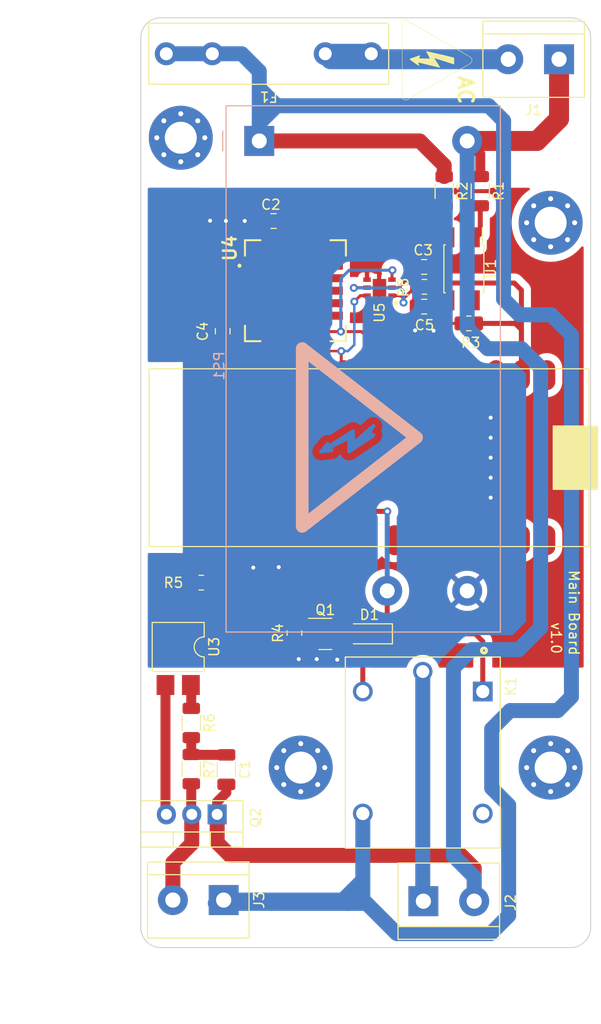
<source format=kicad_pcb>
(kicad_pcb (version 20211014) (generator pcbnew)
  (layers (0 "F.Cu" signal) (31 "B.Cu" signal) (34 "B.Paste" user) (35 "F.Paste" user) (36 "B.SilkS" user "B.Silkscreen") (37 "F.SilkS" user "F.Silkscreen") (38 "B.Mask" user) (39 "F.Mask" user) (44 "Edge.Cuts" user))
  (net 0 "")
  (net 1 "+5V")
  (net 2 "Net-(D1-Pad2)")
  (net 3 "NEUT")
  (net 4 "LINE")
  (net 5 "Net-(J2-Pad1)")
  (net 7 "GND")
  (net 8 "Net-(F1-Pad1)")
  (net 9 "Net-(Q1-Pad1)")
  (net 10 "Net-(R1-Pad2)")
  (net 11 "Net-(R2-Pad2)")
  (net 12 "/ZeroDetector")
  (net 13 "+3V3")
  (net 14 "/ControlSignal1")
  (net 22 "/SCL")
  (net 25 "/SDA")
  (net 35 "/RST")
  (net 38 "/ControlSignal2")
  (net 39 "Net-(C1-Pad1)")
  (net 40 "Net-(J3-Pad2)")
  (net 41 "Net-(Q2-Pad3)")
  (net 42 "Net-(R5-Pad2)")
  (net 43 "Net-(R6-Pad1)")
  (net 44 "Net-(C5-Pad1)")
  (footprint "Capacitor_SMD:C_0805_2012Metric" (layer "F.Cu") (at 90.164 57.566 90)
    (fp_text reference "C4" (at -0.024 -2.004 90) (layer "F.SilkS"))
    (fp_text value "10uF")
    (pad "1" smd roundrect locked (at -0.95 0 90) (size 1 1.45) (layers "F.Cu" "F.Paste" "F.Mask") (net 13 "+3V3"))
    (pad "2" smd roundrect locked (at 0.95 0 90) (size 1 1.45) (layers "F.Cu" "F.Paste" "F.Mask") (net 7 "GND"))
  )
  (footprint "MountingHole:MountingHole_3.2mm_M3_Pad_Via" (layer "F.Cu") (at 85.97 38.22 -90)
    (fp_text reference "REF**")
    (fp_text value "MountingHole_3.2mm_M3_Pad_Via")
    (pad "1" thru_hole circle locked (at 1.697056 -1.697056 270) (size 0.8 0.8) (drill 0.5) (layers *.Cu *.Mask))
    (pad "1" thru_hole circle locked (at -1.697056 -1.697056 270) (size 0.8 0.8) (drill 0.5) (layers *.Cu *.Mask))
    (pad "1" thru_hole circle locked (at 0 0 270) (size 6.4 6.4) (drill 3.2) (layers *.Cu *.Mask))
    (pad "1" thru_hole circle locked (at 1.697056 1.697056 270) (size 0.8 0.8) (drill 0.5) (layers *.Cu *.Mask))
    (pad "1" thru_hole circle locked (at 2.4 0 270) (size 0.8 0.8) (drill 0.5) (layers *.Cu *.Mask))
    (pad "1" thru_hole circle locked (at -1.697056 1.697056 270) (size 0.8 0.8) (drill 0.5) (layers *.Cu *.Mask))
    (pad "1" thru_hole circle locked (at 0 -2.4 270) (size 0.8 0.8) (drill 0.5) (layers *.Cu *.Mask))
    (pad "1" thru_hole circle locked (at -2.4 0 270) (size 0.8 0.8) (drill 0.5) (layers *.Cu *.Mask))
    (pad "1" thru_hole circle locked (at 0 2.4 270) (size 0.8 0.8) (drill 0.5) (layers *.Cu *.Mask))
  )
  (footprint "Package_TO_SOT_THT:TO-220-3_Vertical" (layer "F.Cu") (at 89.61 105.9 180)
    (fp_text reference "Q2" (at -3.86 -0.32 90) (layer "F.SilkS"))
    (fp_text value "BTA12-600B")
    (pad "1" thru_hole rect locked (at 0 0 180) (size 1.905 2) (drill 1.1) (layers *.Cu *.Mask) (net 3 "NEUT"))
    (pad "2" thru_hole oval locked (at 2.54 0 180) (size 1.905 2) (drill 1.1) (layers *.Cu *.Mask) (net 40 "Net-(J3-Pad2)"))
    (pad "3" thru_hole oval locked (at 5.08 0 180) (size 1.905 2) (drill 1.1) (layers *.Cu *.Mask) (net 41 "Net-(Q2-Pad3)"))
  )
  (footprint "TerminalBlock:TerminalBlock_bornier-2_P5.08mm" (layer "F.Cu") (at 110.24 114.58)
    (fp_text reference "J2" (at 8.73 0.14 90) (layer "F.SilkS"))
    (fp_text value "AC_OUT")
    (pad "1" thru_hole rect locked (at 0 0) (size 3 3) (drill 1.52) (layers *.Cu *.Mask) (net 5 "Net-(J2-Pad1)"))
    (pad "2" thru_hole circle locked (at 5.08 0) (size 3 3) (drill 1.52) (layers *.Cu *.Mask) (net 3 "NEUT"))
  )
  (footprint "Resistor_SMD:R_1206_3216Metric" (layer "F.Cu") (at 115.93 43.56 -90)
    (fp_text reference "R1" (at 0 -1.82 90) (layer "F.SilkS"))
    (fp_text value "15K")
    (pad "1" smd roundrect locked (at -1.4625 0 270) (size 1.125 1.75) (layers "F.Cu" "F.Paste" "F.Mask") (roundrect_rratio 0.2222222222) (net 3 "NEUT"))
    (pad "2" smd roundrect locked (at 1.4625 0 270) (size 1.125 1.75) (layers "F.Cu" "F.Paste" "F.Mask") (roundrect_rratio 0.2222222222) (net 10 "Net-(R1-Pad2)"))
  )
  (footprint "high_voltage" (layer "F.Cu") (at 111.62 30.47 -90)
    (fp_text reference "G***")
    (fp_text value "LOGO" hide)
  )
  (footprint "Diode_SMD:D_SOD-123" (layer "F.Cu") (at 104.89 87.84 180)
    (fp_text reference "D1" (at 0.05 1.91) (layer "F.SilkS"))
    (fp_text value "MBR120")
    (pad "1" smd rect locked (at -1.65 0 180) (size 0.9 1.2) (layers "F.Cu" "F.Paste" "F.Mask") (net 1 "+5V"))
    (pad "2" smd rect locked (at 1.65 0 180) (size 0.9 1.2) (layers "F.Cu" "F.Paste" "F.Mask") (net 2 "Net-(D1-Pad2)"))
  )
  (footprint "hack-it-back:RELAY_SRD-05VDC-SL-C" (layer "F.Cu") (at 110.18 99.7125 -90)
    (fp_text reference "K1" (at -6.62563 -8.83584 90) (layer "F.SilkS") (effects (font (size 1.000094 1.000094))))
    (fp_text value "SRD-05VDC-SL-C")
    (pad "A1" thru_hole rect locked (at -6.1 -6 270) (size 1.98 1.98) (drill 1.32) (layers *.Cu *.Mask) (net 1 "+5V"))
    (pad "A2" thru_hole circle locked (at -6.1 6 270) (size 1.98 1.98) (drill 1.32) (layers *.Cu *.Mask) (net 2 "Net-(D1-Pad2)"))
    (pad "COM" thru_hole circle locked (at -8.1 0 270) (size 1.935 1.935) (drill 1.29) (layers *.Cu *.Mask) (net 5 "Net-(J2-Pad1)"))
    (pad "NC" thru_hole circle locked (at 6.1 -6 270) (size 1.98 1.98) (drill 1.32) (layers *.Cu *.Mask))
    (pad "NO" thru_hole circle locked (at 6.1 6 270) (size 1.98 1.98) (drill 1.32) (layers *.Cu *.Mask) (net 4 "LINE"))
  )
  (footprint "MountingHole:MountingHole_3.2mm_M3_Pad_Via" (layer "F.Cu") (at 122.97 46.72 -90)
    (fp_text reference "REF**")
    (fp_text value "MountingHole_3.2mm_M3_Pad_Via")
    (pad "1" thru_hole circle locked (at 0 -2.4 270) (size 0.8 0.8) (drill 0.5) (layers *.Cu *.Mask))
    (pad "1" thru_hole circle locked (at 0 0 270) (size 6.4 6.4) (drill 3.2) (layers *.Cu *.Mask))
    (pad "1" thru_hole circle locked (at 1.697056 -1.697056 270) (size 0.8 0.8) (drill 0.5) (layers *.Cu *.Mask))
    (pad "1" thru_hole circle locked (at 0 2.4 270) (size 0.8 0.8) (drill 0.5) (layers *.Cu *.Mask))
    (pad "1" thru_hole circle locked (at -1.697056 -1.697056 270) (size 0.8 0.8) (drill 0.5) (layers *.Cu *.Mask))
    (pad "1" thru_hole circle locked (at -2.4 0 270) (size 0.8 0.8) (drill 0.5) (layers *.Cu *.Mask))
    (pad "1" thru_hole circle locked (at 2.4 0 270) (size 0.8 0.8) (drill 0.5) (layers *.Cu *.Mask))
    (pad "1" thru_hole circle locked (at 1.697056 1.697056 270) (size 0.8 0.8) (drill 0.5) (layers *.Cu *.Mask))
    (pad "1" thru_hole circle locked (at -1.697056 1.697056 270) (size 0.8 0.8) (drill 0.5) (layers *.Cu *.Mask))
  )
  (footprint "Resistor_SMD:R_1206_3216Metric" (layer "F.Cu") (at 87.02 101.37 -90)
    (fp_text reference "R7" (at 0 -1.82 90) (layer "F.SilkS"))
    (fp_text value "2.4K")
    (pad "1" smd roundrect locked (at -1.4625 0 270) (size 1.125 1.75) (layers "F.Cu" "F.Paste" "F.Mask") (roundrect_rratio 0.2222222222) (net 39 "Net-(C1-Pad1)"))
    (pad "2" smd roundrect locked (at 1.4625 0 270) (size 1.125 1.75) (layers "F.Cu" "F.Paste" "F.Mask") (roundrect_rratio 0.2222222222) (net 40 "Net-(J3-Pad2)"))
  )
  (footprint "MountingHole:MountingHole_3.2mm_M3_Pad_Via" (layer "F.Cu") (at 97.97 101.22 -90)
    (fp_text reference "REF**")
    (fp_text value "MountingHole_3.2mm_M3_Pad_Via")
    (pad "1" thru_hole circle locked (at -1.697056 -1.697056 270) (size 0.8 0.8) (drill 0.5) (layers *.Cu *.Mask))
    (pad "1" thru_hole circle locked (at 2.4 0 270) (size 0.8 0.8) (drill 0.5) (layers *.Cu *.Mask))
    (pad "1" thru_hole circle locked (at 0 -2.4 270) (size 0.8 0.8) (drill 0.5) (layers *.Cu *.Mask))
    (pad "1" thru_hole circle locked (at -2.4 0 270) (size 0.8 0.8) (drill 0.5) (layers *.Cu *.Mask))
    (pad "1" thru_hole circle locked (at -1.697056 1.697056 270) (size 0.8 0.8) (drill 0.5) (layers *.Cu *.Mask))
    (pad "1" thru_hole circle locked (at 1.697056 -1.697056 270) (size 0.8 0.8) (drill 0.5) (layers *.Cu *.Mask))
    (pad "1" thru_hole circle locked (at 0 0 270) (size 6.4 6.4) (drill 3.2) (layers *.Cu *.Mask))
    (pad "1" thru_hole circle locked (at 0 2.4 270) (size 0.8 0.8) (drill 0.5) (layers *.Cu *.Mask))
    (pad "1" thru_hole circle locked (at 1.697056 1.697056 270) (size 0.8 0.8) (drill 0.5) (layers *.Cu *.Mask))
  )
  (footprint "Fuse:Fuseholder_Littelfuse_100_series_5x20mm" (layer "F.Cu") (at 105.02 29.82 180)
    (fp_text reference "F1" (at 10.25 -4.3 180 unlocked) (layer "F.SilkS"))
    (fp_text value "Fuse")
    (pad "1" thru_hole circle (at 4.6 0 180) (size 2.3 2.3) (drill 1.3) (layers *.Cu *.Mask) (net 8 "Net-(F1-Pad1)"))
    (pad "1" thru_hole circle (at 0 0 180) (size 2.3 2.3) (drill 1.3) (layers *.Cu *.Mask) (net 8 "Net-(F1-Pad1)"))
    (pad "2" thru_hole circle (at 20.5 0 180) (size 2.3 2.3) (drill 1.3) (layers *.Cu *.Mask) (net 4 "LINE"))
    (pad "2" thru_hole circle (at 15.9 0 180) (size 2.3 2.3) (drill 1.3) (layers *.Cu *.Mask) (net 4 "LINE"))
  )
  (footprint "TerminalBlock:TerminalBlock_bornier-2_P5.08mm" (layer "F.Cu") (at 90.26 114.47 180)
    (fp_text reference "J3" (at -3.55 0 90) (layer "F.SilkS"))
    (fp_text value "AC_OUT")
    (pad "1" thru_hole rect locked (at 0 0 180) (size 3 3) (drill 1.52) (layers *.Cu *.Mask) (net 4 "LINE"))
    (pad "2" thru_hole circle locked (at 5.08 0 180) (size 3 3) (drill 1.52) (layers *.Cu *.Mask) (net 40 "Net-(J3-Pad2)"))
  )
  (footprint "TerminalBlock:TerminalBlock_bornier-2_P5.08mm" (layer "F.Cu") (at 123.81 30.37 180)
    (fp_text reference "J1" (at 2.54 -5.08) (layer "F.SilkS"))
    (fp_text value "AC_IN")
    (pad "1" thru_hole rect locked (at 0 0 180) (size 3 3) (drill 1.52) (layers *.Cu *.Mask) (net 3 "NEUT"))
    (pad "2" thru_hole circle locked (at 5.08 0 180) (size 3 3) (drill 1.52) (layers *.Cu *.Mask) (net 8 "Net-(F1-Pad1)"))
  )
  (footprint "Capacitor_SMD:C_0805_2012Metric" (layer "F.Cu") (at 110.32 51.14 180)
    (fp_text reference "C3" (at 0.1 1.67) (layer "F.SilkS"))
    (fp_text value "10uF")
    (pad "1" smd roundrect locked (at -0.95 0 180) (size 1 1.45) (layers "F.Cu" "F.Paste" "F.Mask") (net 13 "+3V3"))
    (pad "2" smd roundrect locked (at 0.95 0 180) (size 1 1.45) (layers "F.Cu" "F.Paste" "F.Mask") (net 7 "GND"))
  )
  (footprint "Resistor_SMD:R_1206_3216Metric" (layer "F.Cu") (at 112.32 43.56 -90)
    (fp_text reference "R2" (at 0 -1.82 90) (layer "F.SilkS"))
    (fp_text value "15K")
    (pad "1" smd roundrect locked (at -1.4625 0 270) (size 1.125 1.75) (layers "F.Cu" "F.Paste" "F.Mask") (roundrect_rratio 0.2222222222) (net 4 "LINE"))
    (pad "2" smd roundrect locked (at 1.4625 0 270) (size 1.125 1.75) (layers "F.Cu" "F.Paste" "F.Mask") (roundrect_rratio 0.2222222222) (net 11 "Net-(R2-Pad2)"))
  )
  (footprint "Resistor_SMD:R_0805_2012Metric" (layer "F.Cu") (at 114.7805 56.79)
    (fp_text reference "R3" (at 0.1895 1.93) (layer "F.SilkS"))
    (fp_text value "10K")
    (pad "1" smd roundrect locked (at -0.9125 0) (size 1.025 1.4) (layers "F.Cu" "F.Paste" "F.Mask") (roundrect_rratio 0.243902439) (net 12 "/ZeroDetector"))
    (pad "2" smd roundrect locked (at 0.9125 0) (size 1.025 1.4) (layers "F.Cu" "F.Paste" "F.Mask") (roundrect_rratio 0.243902439) (net 13 "+3V3"))
  )
  (footprint "Package_SO:SO-4_4.4x3.6mm_P2.54mm" (layer "F.Cu") (at 114.29 51.33 -90)
    (fp_text reference "U1" (at 0 -2.7 90) (layer "F.SilkS"))
    (fp_text value "LTV-354T")
    (pad "1" smd rect locked (at -3.15 -1.27 270) (size 2 0.64) (layers "F.Cu" "F.Paste" "F.Mask") (net 10 "Net-(R1-Pad2)"))
    (pad "2" smd rect locked (at -3.15 1.27 270) (size 2 0.64) (layers "F.Cu" "F.Paste" "F.Mask") (net 11 "Net-(R2-Pad2)"))
    (pad "3" smd rect locked (at 3.15 1.27 270) (size 2 0.64) (layers "F.Cu" "F.Paste" "F.Mask") (net 7 "GND"))
    (pad "4" smd rect locked (at 3.15 -1.27 270) (size 2 0.64) (layers "F.Cu" "F.Paste" "F.Mask") (net 12 "/ZeroDetector"))
  )
  (footprint "hack-it-back:SCD40DR2" (layer "F.Cu") (at 97.44 53.52)
    (fp_text reference "U4" (at -6.56 -4.25 90) (layer "F.SilkS") (effects (font (size 1.27 1.27) (thickness 0.254))))
    (fp_text value "SCD40-D-R2" hide)
    (pad "1" smd rect locked (at -4 -2.5 90) (size 0.8 1.5) (layers "F.Cu" "F.Paste" "F.Mask"))
    (pad "2" smd rect locked (at -4 -1.25 90) (size 0.8 1.5) (layers "F.Cu" "F.Paste" "F.Mask"))
    (pad "3" smd rect locked (at -4 0 90) (size 0.8 1.5) (layers "F.Cu" "F.Paste" "F.Mask"))
    (pad "4" smd rect locked (at -4 1.25 90) (size 0.8 1.5) (layers "F.Cu" "F.Paste" "F.Mask"))
    (pad "5" smd rect locked (at -4 2.5 90) (size 0.8 1.5) (layers "F.Cu" "F.Paste" "F.Mask"))
    (pad "6" smd rect locked (at -2.5 4) (size 0.8 1.5) (layers "F.Cu" "F.Paste" "F.Mask") (net 7 "GND"))
    (pad "7" smd rect locked (at -1.25 4) (size 0.8 1.5) (layers "F.Cu" "F.Paste" "F.Mask") (net 13 "+3V3"))
    (pad "8" smd rect locked (at 0 4) (size 0.8 1.5) (layers "F.Cu" "F.Paste" "F.Mask"))
    (pad "9" smd rect locked (at 1.25 4) (size 0.8 1.5) (layers "F.Cu" "F.Paste" "F.Mask") (net 22 "/SCL"))
    (pad "10" smd rect locked (at 2.5 4) (size 0.8 1.5) (layers "F.Cu" "F.Paste" "F.Mask") (net 25 "/SDA"))
    (pad "11" smd rect locked (at 4 2.5 90) (size 0.8 1.5) (layers "F.Cu" "F.Paste" "F.Mask"))
    (pad "12" smd rect locked (at 4 1.25 90) (size 0.8 1.5) (layers "F.Cu" "F.Paste" "F.Mask"))
    (pad "13" smd rect locked (at 4 0 90) (size 0.8 1.5) (layers "F.Cu" "F.Paste" "F.Mask"))
    (pad "14" smd rect locked (at 4 -1.25 90) (size 0.8 1.5) (layers "F.Cu" "F.Paste" "F.Mask"))
    (pad "15" smd rect locked (at 4 -2.5 90) (size 0.8 1.5) (layers "F.Cu" "F.Paste" "F.Mask"))
    (pad "16" smd rect locked (at 2.5 -4) (size 0.8 1.5) (layers "F.Cu" "F.Paste" "F.Mask"))
    (pad "17" smd rect locked (at 1.25 -4) (size 0.8 1.5) (layers "F.Cu" "F.Paste" "F.Mask"))
    (pad "18" smd rect locked (at 0 -4) (size 0.8 1.5) (layers "F.Cu" "F.Paste" "F.Mask"))
    (pad "19" smd rect locked (at -1.25 -4) (size 0.8 1.5) (layers "F.Cu" "F.Paste" "F.Mask") (net 13 "+3V3"))
    (pad "20" smd rect locked (at -2.5 -4) (size 0.8 1.5) (layers "F.Cu" "F.Paste" "F.Mask") (net 7 "GND"))
    (pad "21" smd rect locked (at 0 0) (size 4.8 4.8) (layers "F.Cu" "F.Paste" "F.Mask") (net 7 "GND"))
  )
  (footprint "Capacitor_SMD:C_0805_2012Metric" (layer "F.Cu") (at 95.25 46.55 180)
    (fp_text reference "C2" (at 0.27 1.64) (layer "F.SilkS"))
    (fp_text value "10uF")
    (pad "1" smd roundrect locked (at -0.95 0 180) (size 1 1.45) (layers "F.Cu" "F.Paste" "F.Mask") (net 13 "+3V3"))
    (pad "2" smd roundrect locked (at 0.95 0 180) (size 1 1.45) (layers "F.Cu" "F.Paste" "F.Mask") (net 7 "GND"))
  )
  (footprint "Package_TO_SOT_SMD:SOT-23" (layer "F.Cu") (at 100.43 87.85)
    (fp_text reference "Q1" (at 0 -2.4) (layer "F.SilkS"))
    (fp_text value "MMBT2222ALT1G")
    (pad "1" smd roundrect locked (at -0.9375 -0.95) (size 1.475 0.6) (layers "F.Cu" "F.Paste" "F.Mask") (net 9 "Net-(Q1-Pad1)"))
    (pad "2" smd roundrect locked (at -0.9375 0.95) (size 1.475 0.6) (layers "F.Cu" "F.Paste" "F.Mask") (net 7 "GND"))
    (pad "3" smd roundrect locked (at 0.9375 0) (size 1.475 0.6) (layers "F.Cu" "F.Paste" "F.Mask") (net 2 "Net-(D1-Pad2)"))
  )
  (footprint "Resistor_SMD:R_0805_2012Metric" (layer "F.Cu") (at 88.02 82.72 180)
    (fp_text reference "R5" (at 2.78 -0.01) (layer "F.SilkS"))
    (fp_text value "180")
    (pad "1" smd roundrect locked (at -0.9125 0 180) (size 1.025 1.4) (layers "F.Cu" "F.Paste" "F.Mask") (roundrect_rratio 0.243902439) (net 38 "/ControlSignal2"))
    (pad "2" smd roundrect locked (at 0.9125 0 180) (size 1.025 1.4) (layers "F.Cu" "F.Paste" "F.Mask") (roundrect_rratio 0.243902439) (net 42 "Net-(R5-Pad2)"))
  )
  (footprint "hack-it-back:SON80P244X244X95-7N" (layer "F.Cu") (at 105.85 53.215 180)
    (fp_text reference "U5" (at 0 -2.505 90) (layer "F.SilkS"))
    (fp_text value "SGP40-D-R4" hide)
    (pad "1" smd rect locked (at -1.25 -0.8 270) (size 0.45 0.75) (layers "F.Cu" "F.Paste" "F.Mask") (net 44 "Net-(C5-Pad1)"))
    (pad "2" smd rect locked (at -1.25 0 270) (size 0.45 0.75) (layers "F.Cu" "F.Paste" "F.Mask") (net 7 "GND"))
    (pad "3" smd rect locked (at -1.25 0.8 270) (size 0.45 0.75) (layers "F.Cu" "F.Paste" "F.Mask") (net 25 "/SDA"))
    (pad "4" smd rect locked (at 1.25 0.8 270) (size 0.45 0.75) (layers "F.Cu" "F.Paste" "F.Mask") (net 7 "GND"))
    (pad "5" smd rect locked (at 1.25 0 270) (size 0.45 0.75) (layers "F.Cu" "F.Paste" "F.Mask") (net 44 "Net-(C5-Pad1)"))
    (pad "6" smd rect locked (at 1.25 -0.8 270) (size 0.45 0.75) (layers "F.Cu" "F.Paste" "F.Mask") (net 22 "/SCL"))
    (pad "7" smd rect locked (at 0 0 180) (size 1.35 1.74) (layers "F.Cu" "F.Paste" "F.Mask") (net 7 "GND"))
  )
  (footprint "Package_DIP:SMDIP-4_W7.62mm" (layer "F.Cu") (at 85.71 89.15 -90)
    (fp_text reference "U3" (at 0 -3.6 90) (layer "F.SilkS"))
    (fp_text value "FODM3022")
    (pad "1" smd rect locked (at -3.81 -1.27 270) (size 2 1.78) (layers "F.Cu" "F.Paste" "F.Mask") (net 42 "Net-(R5-Pad2)"))
    (pad "2" smd rect locked (at -3.81 1.27 270) (size 2 1.78) (layers "F.Cu" "F.Paste" "F.Mask") (net 7 "GND"))
    (pad "3" smd rect locked (at 3.81 1.27 270) (size 2 1.78) (layers "F.Cu" "F.Paste" "F.Mask") (net 41 "Net-(Q2-Pad3)"))
    (pad "4" smd rect locked (at 3.81 -1.27 270) (size 2 1.78) (layers "F.Cu" "F.Paste" "F.Mask") (net 43 "Net-(R6-Pad1)"))
  )
  (footprint "Resistor_SMD:R_0805_2012Metric" (layer "F.Cu") (at 110.34 53.13)
    (fp_text reference "R8" (at -2.11 0.06 90) (layer "F.SilkS"))
    (fp_text value "4.7R")
    (pad "1" smd roundrect locked (at -0.9125 0) (size 1.025 1.4) (layers "F.Cu" "F.Paste" "F.Mask") (roundrect_rratio 0.243902439) (net 44 "Net-(C5-Pad1)"))
    (pad "2" smd roundrect locked (at 0.9125 0) (size 1.025 1.4) (layers "F.Cu" "F.Paste" "F.Mask") (roundrect_rratio 0.243902439) (net 13 "+3V3"))
  )
  (footprint "Resistor_SMD:R_1206_3216Metric" (layer "F.Cu") (at 87.02 96.76 -90)
    (fp_text reference "R6" (at 0 -1.82 90) (layer "F.SilkS"))
    (fp_text value "180")
    (pad "1" smd roundrect locked (at -1.4625 0 270) (size 1.125 1.75) (layers "F.Cu" "F.Paste" "F.Mask") (roundrect_rratio 0.2222222222) (net 43 "Net-(R6-Pad1)"))
    (pad "2" smd roundrect locked (at 1.4625 0 270) (size 1.125 1.75) (layers "F.Cu" "F.Paste" "F.Mask") (roundrect_rratio 0.2222222222) (net 39 "Net-(C1-Pad1)"))
  )
  (footprint "Capacitor_SMD:C_1206_3216Metric" (layer "F.Cu") (at 90.53 101.42 -90)
    (fp_text reference "C1" (at 0 -1.85 90) (layer "F.SilkS"))
    (fp_text value "0.1uF")
    (pad "1" smd roundrect locked (at -1.475 0 270) (size 1.15 1.8) (layers "F.Cu" "F.Paste" "F.Mask") (roundrect_rratio 0.2173913043) (net 39 "Net-(C1-Pad1)"))
    (pad "2" smd roundrect locked (at 1.475 0 270) (size 1.15 1.8) (layers "F.Cu" "F.Paste" "F.Mask") (roundrect_rratio 0.2173913043) (net 3 "NEUT"))
  )
  (footprint "hack-it-back:NANO_33_Footprint_SMD_Castell" (layer "F.Cu") (at 104.807 70.22 180)
    (fp_text reference "U2")
    (fp_text value "Arduino-nano-BLE-33")
    (pad "1" smd oval (at -17.78 8.255 270) (size 3 1.7) (layers "F.Cu" "F.Mask"))
    (pad "2" smd oval (at -15.24 8.255 270) (size 3 1.7) (layers "F.Cu" "F.Mask") (net 13 "+3V3"))
    (pad "3" smd oval (at -12.7 8.255 270) (size 3 1.7) (layers "F.Cu" "F.Mask"))
    (pad "4" smd oval (at -10.16 8.255 270) (size 3 1.7) (layers "F.Cu" "F.Mask"))
    (pad "5" smd oval (at -7.62 8.255 270) (size 3 1.7) (layers "F.Cu" "F.Mask") (net 12 "/ZeroDetector"))
    (pad "6" smd oval (at -5.08 8.255 270) (size 3 1.7) (layers "F.Cu" "F.Mask"))
    (pad "7" smd oval (at -2.54 8.255 270) (size 3 1.7) (layers "F.Cu" "F.Mask"))
    (pad "8" smd oval (at 0 8.255 270) (size 3 1.7) (layers "F.Cu" "F.Mask") (net 25 "/SDA"))
    (pad "9" smd oval (at 2.54 8.255 270) (size 3 1.7) (layers "F.Cu" "F.Mask") (net 22 "/SCL"))
    (pad "10" smd oval (at 5.08 8.255 270) (size 3 1.7) (layers "F.Cu" "F.Mask"))
    (pad "11" smd oval (at 7.62 8.255 270) (size 3 1.7) (layers "F.Cu" "F.Mask"))
    (pad "12" smd oval (at 10.16 8.255 270) (size 3 1.7) (layers "F.Cu" "F.Mask"))
    (pad "13" smd oval (at 12.7 8.255 270) (size 3 1.7) (layers "F.Cu" "F.Mask"))
    (pad "14" smd oval (at 15.24 8.255 270) (size 3 1.7) (layers "F.Cu" "F.Mask") (net 7 "GND"))
    (pad "15" smd oval (at 17.78 8.255 270) (size 3 1.7) (layers "F.Cu" "F.Mask") (net 1 "+5V"))
    (pad "16" smd oval (at 17.78 -8.255 90) (size 3 1.7) (layers "F.Cu" "F.Mask"))
    (pad "17" smd oval (at 15.24 -8.255 90) (size 3 1.7) (layers "F.Cu" "F.Mask"))
    (pad "18" smd oval (at 12.7 -8.255 90) (size 3 1.7) (layers "F.Cu" "F.Mask") (net 35 "/RST"))
    (pad "19" smd oval (at 10.16 -8.255 90) (size 3 1.7) (layers "F.Cu" "F.Mask") (net 7 "GND"))
    (pad "20" smd oval (at 7.62 -8.255 90) (size 3 1.7) (layers "F.Cu" "F.Mask") (net 38 "/ControlSignal2"))
    (pad "21" smd oval (at 5.08 -8.255 90) (size 3 1.7) (layers "F.Cu" "F.Mask") (net 14 "/ControlSignal1"))
    (pad "22" smd oval (at 2.54 -8.255 90) (size 3 1.7) (layers "F.Cu" "F.Mask"))
    (pad "23" smd oval (at 0 -8.255 90) (size 3 1.7) (layers "F.Cu" "F.Mask"))
    (pad "24" smd oval (at -2.54 -8.255 90) (size 3 1.7) (layers "F.Cu" "F.Mask"))
    (pad "25" smd oval (at -5.08 -8.255 90) (size 3 1.7) (layers "F.Cu" "F.Mask"))
    (pad "26" smd oval (at -7.62 -8.255 90) (size 3 1.7) (layers "F.Cu" "F.Mask"))
    (pad "27" smd oval (at -10.16 -8.255 90) (size 3 1.7) (layers "F.Cu" "F.Mask"))
    (pad "28" smd oval (at -12.7 -8.255 90) (size 3 1.7) (layers "F.Cu" "F.Mask"))
    (pad "29" smd oval (at -15.24 -8.255 90) (size 3 1.7) (layers "F.Cu" "F.Mask"))
    (pad "30" smd oval (at -17.78 -8.255 90) (size 3 1.7) (layers "F.Cu" "F.Mask"))
  )
  (footprint "MountingHole:MountingHole_3.2mm_M3_Pad_Via" (layer "F.Cu") (at 122.97 101.22 -90)
    (fp_text reference "REF**")
    (fp_text value "MountingHole_3.2mm_M3_Pad_Via")
    (pad "1" thru_hole circle locked (at -1.697056 -1.697056 270) (size 0.8 0.8) (drill 0.5) (layers *.Cu *.Mask))
    (pad "1" thru_hole circle locked (at 0 2.4 270) (size 0.8 0.8) (drill 0.5) (layers *.Cu *.Mask))
    (pad "1" thru_hole circle locked (at -1.697056 1.697056 270) (size 0.8 0.8) (drill 0.5) (layers *.Cu *.Mask))
    (pad "1" thru_hole circle locked (at 1.697056 -1.697056 270) (size 0.8 0.8) (drill 0.5) (layers *.Cu *.Mask))
    (pad "1" thru_hole circle locked (at 0 -2.4 270) (size 0.8 0.8) (drill 0.5) (layers *.Cu *.Mask))
    (pad "1" thru_hole circle locked (at 0 0 270) (size 6.4 6.4) (drill 3.2) (layers *.Cu *.Mask))
    (pad "1" thru_hole circle locked (at 2.4 0 270) (size 0.8 0.8) (drill 0.5) (layers *.Cu *.Mask))
    (pad "1" thru_hole circle locked (at 1.697056 1.697056 270) (size 0.8 0.8) (drill 0.5) (layers *.Cu *.Mask))
    (pad "1" thru_hole circle locked (at -2.4 0 270) (size 0.8 0.8) (drill 0.5) (layers *.Cu *.Mask))
  )
  (footprint "Resistor_SMD:R_0805_2012Metric" (layer "F.Cu") (at 97.34 87.76 90)
    (fp_text reference "R4" (at 0 -1.65 90) (layer "F.SilkS"))
    (fp_text value "100")
    (pad "1" smd roundrect locked (at -0.9125 0 90) (size 1.025 1.4) (layers "F.Cu" "F.Paste" "F.Mask") (roundrect_rratio 0.243902439) (net 14 "/ControlSignal1"))
    (pad "2" smd roundrect locked (at 0.9125 0 90) (size 1.025 1.4) (layers "F.Cu" "F.Paste" "F.Mask") (roundrect_rratio 0.243902439) (net 9 "Net-(Q1-Pad1)"))
  )
  (footprint "Capacitor_SMD:C_0805_2012Metric" (layer "F.Cu") (at 110.32 55.11)
    (fp_text reference "C5" (at 0.03 1.85) (layer "F.SilkS"))
    (fp_text value "1uF")
    (pad "1" smd roundrect locked (at -0.95 0) (size 1 1.45) (layers "F.Cu" "F.Paste" "F.Mask") (net 44 "Net-(C5-Pad1)"))
    (pad "2" smd roundrect locked (at 0.95 0) (size 1 1.45) (layers "F.Cu" "F.Paste" "F.Mask") (net 7 "GND"))
  )
  (footprint "Converter_ACDC:Converter_ACDC_MeanWell_IRM-20-xx_THT" (layer "B.Cu") (at 93.82 38.54 -90)
    (fp_text reference "PS1" (at 22.5 4 90) (layer "B.SilkS") (effects (justify mirror)))
    (fp_text value "IRM-20-5")
    (pad "1" thru_hole rect locked (at 0 0 270) (size 3 3) (drill 1.5) (layers *.Cu *.Mask) (net 4 "LINE"))
    (pad "2" thru_hole circle locked (at 0 -20.8 270) (size 3 3) (drill 1.5) (layers *.Cu *.Mask) (net 3 "NEUT"))
    (pad "3" thru_hole circle locked (at 45 -20.8 270) (size 3 3) (drill 1.5) (layers *.Cu *.Mask) (net 7 "GND"))
    (pad "4" thru_hole circle locked (at 45 -12.8 270) (size 3 3) (drill 1.5) (layers *.Cu *.Mask) (net 1 "+5V"))
  )
  (footprint "Symbol:Symbol_Highvoltage_Type2_CopperTop_Small" (layer "B.Cu") (at 101.93 68.202 90)
    (fp_text reference "REF**")
    (fp_text value "Symbol_Highvoltage_Type2_CopperTop_Small")
    (fp_line (start -1.143 -1.397) (end -1.27 -0.889) (layer "B.Cu") (width 0.381))
    (fp_line (start -1.143 -1.397) (end -1.27 -0.889) (layer "B.Cu") (width 0.381))
    (fp_line (start 0.635 1.27) (end -0.635 1.27) (layer "B.Cu") (width 0.381))
    (fp_line (start 0.381 2.794) (end 0.254 3.302) (layer "B.Cu") (width 0.381))
    (fp_line (start 0 0.889) (end -1.143 -1.397) (layer "B.Cu") (width 0.381))
    (fp_line (start 1.143 3.302) (end 0.381 2.794) (layer "B.Cu") (width 0.381))
    (fp_line (start 0.127 3.175) (end -1.397 0.889) (layer "B.Cu") (width 0.381))
    (fp_line (start -0.635 -1.27) (end -1.143 -1.524) (layer "B.Cu") (width 0.381))
    (fp_line (start -1.016 1.016) (end 0.254 1.016) (layer "B.Cu") (width 0.381))
    (fp_line (start 0.381 2.921) (end -1.016 1.016) (layer "B.Cu") (width 0.381))
    (fp_line (start -0.635 -1.27) (end -1.143 -1.524) (layer "B.Cu") (width 0.381))
    (fp_line (start -1.143 -1.524) (end 0.635 1.27) (layer "B.Cu") (width 0.381))
    (fp_line (start -0.635 1.27) (end 1.143 3.302) (layer "B.Cu") (width 0.381))
    (fp_line (start -1.27 -0.889) (end -1.397 -1.905) (layer "B.Cu") (width 0.381))
    (fp_line (start -1.397 0.889) (end 0 0.889) (layer "B.Cu") (width 0.381))
    (fp_line (start -1.397 -1.905) (end -0.635 -1.27) (layer "B.Cu") (width 0.381))
  )
  (gr_line (start 83.97 119.22) (end 124.97 119.22) (layer "Edge.Cuts") (width 0.1))
  (gr_line (start 83.97 26.22) (end 124.97 26.22) (layer "Edge.Cuts") (width 0.1))
  (gr_arc (start 124.97 26.22) (mid 126.384214 26.805786) (end 126.97 28.22) (layer "Edge.Cuts") (width 0.1))
  (gr_arc (start 126.97 117.22) (mid 126.384214 118.634214) (end 124.97 119.22) (layer "Edge.Cuts") (width 0.1))
  (gr_arc (start 81.97 28.22) (mid 82.555786 26.805786) (end 83.97 26.22) (layer "Edge.Cuts") (width 0.1))
  (gr_arc (start 83.97 119.22) (mid 82.555786 118.634214) (end 81.97 117.22) (layer "Edge.Cuts") (width 0.1))
  (gr_line (start 126.97 117.22) (end 126.97 28.22) (layer "Edge.Cuts") (width 0.1))
  (gr_line (start 81.97 28.22) (end 81.97 117.22) (layer "Edge.Cuts") (width 0.1))
  (gr_text "AC " (at 114.47 34.02 270) (layer "F.SilkS") (effects (font (size 1.5 1.5) (thickness 0.3))))
  (gr_text "v1.0" (at 123.52 88.268 270) (layer "F.SilkS") (effects (font (size 1 1))))
  (gr_text "Main Board" (at 125.298 85.728 270) (layer "F.SilkS") (effects (font (size 1 1))))
  (segment (start 106.62 83.54) (end 106.62 87.76) (width 0.5) (layer "F.Cu") (net 1))
  (segment (start 87.027 74.787) (end 87.83 75.59) (width 0.5) (layer "F.Cu") (net 1))
  (segment (start 116.18 88.6) (end 116.18 93.6125) (width 0.5) (layer "F.Cu") (net 1))
  (segment (start 106.54 87.84) (end 115.42 87.84) (width 0.5) (layer "F.Cu") (net 1))
  (segment (start 115.42 87.84) (end 116.18 88.6) (width 0.5) (layer "F.Cu") (net 1))
  (segment (start 90.88 75.59) (end 106.63 75.59) (width 0.5) (layer "F.Cu") (net 1))
  (segment (start 87.027 61.965) (end 87.027 74.787) (width 0.5) (layer "F.Cu") (net 1))
  (segment (start 87.83 75.59) (end 90.88 75.59) (width 0.5) (layer "F.Cu") (net 1))
  (segment (start 106.62 87.76) (end 106.54 87.84) (width 0.5) (layer "F.Cu") (net 1))
  (via (at 106.63 75.59) (size 0.8) (drill 0.4) (layers "F.Cu" "B.Cu") (net 1))
  (segment (start 106.62 75.6) (end 106.62 83.54) (width 0.5) (layer "B.Cu") (net 1))
  (segment (start 106.63 75.59) (end 106.62 75.6) (width 0.5) (layer "B.Cu") (net 1))
  (segment (start 104.18 88.78) (end 103.73 88.33) (width 0.5) (layer "F.Cu") (net 2))
  (segment (start 104.18 93.6125) (end 104.18 88.78) (width 0.5) (layer "F.Cu") (net 2))
  (segment (start 101.3775 87.84) (end 101.3675 87.85) (width 0.3) (layer "F.Cu") (net 2))
  (segment (start 103.73 88.33) (end 103.25 87.85) (width 0.5) (layer "F.Cu") (net 2))
  (segment (start 103.24 87.84) (end 101.3775 87.84) (width 0.3) (layer "F.Cu") (net 2))
  (segment (start 103.25 87.85) (end 101.3675 87.85) (width 0.5) (layer "F.Cu") (net 2))
  (segment (start 103.73 88.33) (end 103.24 87.84) (width 0.5) (layer "F.Cu") (net 2))
  (segment (start 90.165 104.085) (end 90.53 103.72) (width 1) (layer "F.Cu") (net 3))
  (segment (start 123.81 36.33) (end 121.6 38.54) (width 2) (layer "F.Cu") (net 3))
  (segment (start 115.93 39.85) (end 114.62 38.54) (width 1) (layer "F.Cu") (net 3))
  (segment (start 89.61 108.73) (end 90.88 110) (width 1.5) (layer "F.Cu") (net 3))
  (segment (start 89.61 104.64) (end 90.165 104.085) (width 1) (layer "F.Cu") (net 3))
  (segment (start 114.02 110) (end 115.32 111.3) (width 1.5) (layer "F.Cu") (net 3))
  (segment (start 89.61 105.9) (end 89.61 108.73) (width 1.5) (layer "F.Cu") (net 3))
  (segment (start 90.53 103.72) (end 90.53 102.895) (width 1) (layer "F.Cu") (net 3))
  (segment (start 90.88 110) (end 114.02 110) (width 1.5) (layer "F.Cu") (net 3))
  (segment (start 123.81 30.37) (end 123.81 36.33) (width 2) (layer "F.Cu") (net 3))
  (segment (start 89.61 105.9) (end 89.61 104.64) (width 1) (layer "F.Cu") (net 3))
  (segment (start 115.32 111.3) (end 115.32 114.58) (width 1.5) (layer "F.Cu") (net 3))
  (segment (start 115.93 42.0975) (end 115.93 39.85) (width 1) (layer "F.Cu") (net 3))
  (segment (start 121.6 38.54) (end 114.62 38.54) (width 2) (layer "F.Cu") (net 3))
  (segment (start 115.32 112.14) (end 113.25 110.07) (width 1.5) (layer "B.Cu") (net 3))
  (segment (start 116.67 59.32) (end 114.62 57.27) (width 1.5) (layer "B.Cu") (net 3))
  (segment (start 115.07 89.42) (end 119.77 89.42) (width 1.5) (layer "B.Cu") (net 3))
  (segment (start 121.97 87.22) (end 121.97 61.22) (width 1.5) (layer "B.Cu") (net 3))
  (segment (start 115.32 114.58) (end 115.32 112.14) (width 1.5) (layer "B.Cu") (net 3))
  (segment (start 113.25 110.07) (end 113.25 91.24) (width 1.5) (layer "B.Cu") (net 3))
  (segment (start 113.25 91.24) (end 115.07 89.42) (width 1.5) (layer "B.Cu") (net 3))
  (segment (start 121.97 61.22) (end 120.07 59.32) (width 1.5) (layer "B.Cu") (net 3))
  (segment (start 120.07 59.32) (end 116.67 59.32) (width 1.5) (layer "B.Cu") (net 3))
  (segment (start 119.77 89.42) (end 121.97 87.22) (width 1.5) (layer "B.Cu") (net 3))
  (segment (start 114.62 57.27) (end 114.62 38.54) (width 1.5) (layer "B.Cu") (net 3))
  (segment (start 93.82 38.54) (end 109.88 38.54) (width 1.5) (layer "F.Cu") (net 4))
  (segment (start 109.88 38.54) (end 112.32 40.98) (width 1.5) (layer "F.Cu") (net 4))
  (segment (start 112.32 40.98) (end 112.32 42.0975) (width 1.5) (layer "F.Cu") (net 4))
  (segment (start 104.55 114.8) (end 104.18 114.43) (width 1.5) (layer "B.Cu") (net 4))
  (segment (start 118.26 36.51) (end 118.26 54.36) (width 1.5) (layer "B.Cu") (net 4))
  (segment (start 102.5 114.8) (end 95.04 114.8) (width 1.5) (layer "B.Cu") (net 4))
  (segment (start 117.07 103.27) (end 118.77 104.97) (width 1.5) (layer "B.Cu") (net 4))
  (segment (start 93.82 33.27) (end 93.82 31.57) (width 1.5) (layer "B.Cu") (net 4))
  (segment (start 93.82 31.57) (end 93.82 38.54) (width 1.5) (layer "B.Cu") (net 4))
  (segment (start 125.049511 94.140489) (end 123.675 95.515) (width 1.5) (layer "B.Cu") (net 4))
  (segment (start 104.18 114.43) (end 104.18 112.48) (width 1.5) (layer "B.Cu") (net 4))
  (segment (start 119.83 55.93) (end 123.03 55.93) (width 1.5) (layer "B.Cu") (net 4))
  (segment (start 123.675 95.515) (end 118.915 95.515) (width 1.5) (layer "B.Cu") (net 4))
  (segment (start 93.82 33.27) (end 95.57 35.02) (width 1.5) (layer "B.Cu") (net 4))
  (segment (start 118.77 116.03) (end 116.98 117.82) (width 1.5) (layer "B.Cu") (net 4))
  (segment (start 102.5 114.8) (end 102.5 114.16) (width 1.5) (layer "B.Cu") (net 4))
  (segment (start 104.55 114.8) (end 102.8 114.8) (width 1.5) (layer "B.Cu") (net 4))
  (segment (start 117.07 97.36) (end 117.07 103.27) (width 1.5) (layer "B.Cu") (net 4))
  (segment (start 125.049511 57.949511) (end 125.049511 94.140489) (width 1.5) (layer "B.Cu") (net 4))
  (segment (start 92.07 29.82) (end 84.52 29.82) (width 1.5) (layer "B.Cu") (net 4))
  (segment (start 102.47 114.47) (end 90.26 114.47) (width 1.5) (layer "B.Cu") (net 4))
  (segment (start 102.8 114.8) (end 102.47 114.47) (width 1.5) (layer "B.Cu") (net 4))
  (segment (start 118.915 95.515) (end 117.07 97.36) (width 1.5) (layer "B.Cu") (net 4))
  (segment (start 102.5 114.16) (end 104.18 112.48) (width 1.5) (layer "B.Cu") (net 4))
  (segment (start 93.82 36.77) (end 95.57 35.02) (width 1.5) (layer "B.Cu") (net 4))
  (segment (start 107.57 117.82) (end 104.55 114.8) (width 1.5) (layer "B.Cu") (net 4))
  (segment (start 95.57 35.02) (end 116.77 35.02) (width 1.5) (layer "B.Cu") (net 4))
  (segment (start 93.82 38.54) (end 93.82 36.77) (width 1.5) (layer "B.Cu") (net 4))
  (segment (start 116.77 35.02) (end 118.26 36.51) (width 1.5) (layer "B.Cu") (net 4))
  (segment (start 118.26 54.36) (end 119.83 55.93) (width 1.5) (layer "B.Cu") (net 4))
  (segment (start 93.82 31.57) (end 92.07 29.82) (width 1.5) (layer "B.Cu") (net 4))
  (segment (start 89.42 114.8) (end 95.04 114.8) (width 1.5) (layer "B.Cu") (net 4))
  (segment (start 123.03 55.93) (end 125.049511 57.949511) (width 1.5) (layer "B.Cu") (net 4))
  (segment (start 95.57 35.02) (end 94.67 35.02) (width 1.5) (layer "B.Cu") (net 4))
  (segment (start 94.67 35.02) (end 93.82 34.17) (width 1.5) (layer "B.Cu") (net 4))
  (segment (start 104.18 112.48) (end 104.18 105.8125) (width 1.5) (layer "B.Cu") (net 4))
  (segment (start 102.8 114.8) (end 102.5 114.8) (width 1.5) (layer "B.Cu") (net 4))
  (segment (start 93.82 38.54) (end 93.82 34.17) (width 1.5) (layer "B.Cu") (net 4))
  (segment (start 116.98 117.82) (end 107.57 117.82) (width 1.5) (layer "B.Cu") (net 4))
  (segment (start 118.77 104.97) (end 118.77 116.03) (width 1.5) (layer "B.Cu") (net 4))
  (segment (start 110.18 114.52) (end 110.24 114.58) (width 1) (layer "B.Cu") (net 5))
  (segment (start 110.18 91.6125) (end 110.18 114.52) (width 1.5) (layer "B.Cu") (net 5))
  (segment (start 94.94 56.02) (end 97.44 53.52) (width 0.5) (layer "F.Cu") (net 7))
  (segment (start 94.94 57.52) (end 94.94 56.02) (width 0.5) (layer "F.Cu") (net 7))
  (segment (start 91.068 57.52) (end 90.164 56.616) (width 0.5) (layer "F.Cu") (net 7))
  (segment (start 95.81 81.13) (end 95.77 81.17) (width 0.3) (layer "F.Cu") (net 7))
  (segment (start 99.4925 90.2925) (end 99.57 90.37) (width 0.3) (layer "F.Cu") (net 7))
  (segment (start 94.3 46.55) (end 92.38 46.55) (width 0.3) (layer "F.Cu") (net 7))
  (segment (start 88.92 46.54) (end 88.9 46.52) (width 0.3) (layer "F.Cu") (net 7))
  (segment (start 90.48 46.54) (end 88.92 46.54) (width 0.3) (layer "F.Cu") (net 7))
  (segment (start 111.27 57.51) (end 111.26 57.52) (width 0.3) (layer "F.Cu") (net 7))
  (segment (start 94.94 51.02) (end 97.44 53.52) (width 0.5) (layer "F.Cu") (net 7))
  (segment (start 111.27 55.11) (end 111.27 57.51) (width 0.3) (layer "F.Cu") (net 7))
  (segment (start 107.1 53.215) (end 107.765 53.215) (width 0.3) (layer "F.Cu") (net 7))
  (segment (start 107.765 53.215) (end 109.37 51.61) (width 0.3) (layer "F.Cu") (net 7))
  (segment (start 99.4925 88.8) (end 99.4925 90.2925) (width 0.3) (layer "F.Cu") (net 7))
  (segment (start 94.94 49.52) (end 94.94 51.02) (width 0.5) (layer "F.Cu") (net 7))
  (segment (start 92.38 46.55) (end 92.37 46.54) (width 0.3) (layer "F.Cu") (net 7))
  (segment (start 94.94 57.52) (end 91.068 57.52) (width 0.5) (layer "F.Cu") (net 7))
  (segment (start 109.37 51.61) (end 109.37 51.14) (width 0.3) (layer "F.Cu") (net 7))
  (segment (start 107.1 53.215) (end 105.85 53.215) (width 0.3) (layer "F.Cu") (net 7))
  (segment (start 112.39 55.11) (end 113.02 54.48) (width 0.3) (layer "F.Cu") (net 7))
  (segment (start 99.57 90.37) (end 97.77 90.37) (width 0.3) (layer "F.Cu") (net 7))
  (segment (start 111.27 55.11) (end 112.39 55.11) (width 0.3) (layer "F.Cu") (net 7))
  (via (at 88.9 46.52) (size 0.8) (drill 0.4) (layers "F.Cu" "B.Cu") (net 7))
  (via (at 116.97 70.22) (size 0.8) (drill 0.4) (layers "F.Cu" "B.Cu") (net 7))
  (via (at 101.62 90.42) (size 0.8) (drill 0.4) (layers "F.Cu" "B.Cu") (net 7))
  (via (at 111.26 57.52) (size 0.8) (drill 0.4) (layers "F.Cu" "B.Cu") (net 7))
  (via (at 116.97 68.22) (size 0.8) (drill 0.4) (layers "F.Cu" "B.Cu") (net 7))
  (via (at 93.22 81.22) (size 0.8) (drill 0.4) (layers "F.Cu" "B.Cu") (net 7))
  (via (at 99.57 90.37) (size 0.8) (drill 0.4) (layers "F.Cu" "B.Cu") (net 7))
  (via (at 95.77 81.17) (size 0.8) (drill 0.4) (layers "F.Cu" "B.Cu") (net 7))
  (via (at 97.77 90.37) (size 0.8) (drill 0.4) (layers "F.Cu" "B.Cu") (net 7))
  (via (at 116.97 66.22) (size 0.8) (drill 0.4) (layers "F.Cu" "B.Cu") (net 7))
  (via (at 116.97 72.22) (size 0.8) (drill 0.4) (layers "F.Cu" "B.Cu") (net 7))
  (via (at 116.97 74.22) (size 0.8) (drill 0.4) (layers "F.Cu" "B.Cu") (net 7))
  (via (at 90.48 46.54) (size 0.8) (drill 0.4) (layers "F.Cu" "B.Cu") (net 7))
  (via (at 92.37 46.54) (size 0.8) (drill 0.4) (layers "F.Cu" "B.Cu") (net 7))
  (via (at 109.41 57.49) (size 0.8) (drill 0.4) (layers "F.Cu" "B.Cu") (net 7))
  (segment (start 101.57 90.37) (end 101.62 90.42) (width 0.3) (layer "B.Cu") (net 7))
  (segment (start 95.77 81.17) (end 93.27 81.17) (width 0.3) (layer "B.Cu") (net 7))
  (segment (start 93.27 81.17) (end 93.22 81.22) (width 0.3) (layer "B.Cu") (net 7))
  (segment (start 109.44 57.52) (end 109.41 57.49) (width 0.3) (layer "B.Cu") (net 7))
  (segment (start 99.57 90.37) (end 101.57 90.37) (width 0.3) (layer "B.Cu") (net 7))
  (segment (start 111.26 57.52) (end 109.44 57.52) (width 0.3) (layer "B.Cu") (net 7))
  (segment (start 118.73 30.37) (end 100.97 30.37) (width 2) (layer "B.Cu") (net 8))
  (segment (start 100.42 29.82) (end 105.02 29.82) (width 2) (layer "B.Cu") (net 8))
  (segment (start 100.97 30.37) (end 100.42 29.82) (width 2) (layer "B.Cu") (net 8))
  (segment (start 99.4925 86.9) (end 97.3925 86.9) (width 0.5) (layer "F.Cu") (net 9))
  (segment (start 97.3925 86.9) (end 97.34 86.8475) (width 0.5) (layer "F.Cu") (net 9))
  (segment (start 115.93 47.81) (end 115.56 48.18) (width 0.5) (layer "F.Cu") (net 10))
  (segment (start 115.93 45.0225) (end 115.93 47.81) (width 0.5) (layer "F.Cu") (net 10))
  (segment (start 112.32 47.48) (end 113.02 48.18) (width 0.5) (layer "F.Cu") (net 11))
  (segment (start 112.32 45.0225) (end 112.32 47.48) (width 0.5) (layer "F.Cu") (net 11))
  (segment (start 114.42 55.02) (end 114.93 54.51) (width 0.3) (layer "F.Cu") (net 12))
  (segment (start 113.868 56.79) (end 113.59 57.068) (width 0.3) (layer "F.Cu") (net 12))
  (segment (start 115.53 54.51) (end 115.56 54.48) (width 0.3) (layer "F.Cu") (net 12))
  (segment (start 112.8 56.79) (end 113.868 56.79) (width 0.3) (layer "F.Cu") (net 12))
  (segment (start 113.868 56.79) (end 113.868 56.412) (width 0.3) (layer "F.Cu") (net 12))
  (segment (start 112.427 61.965) (end 112.427 57.163) (width 0.3) (layer "F.Cu") (net 12))
  (segment (start 114.93 54.51) (end 115.53 54.51) (width 0.3) (layer "F.Cu") (net 12))
  (segment (start 113.868 56.412) (end 114.42 55.86) (width 0.3) (layer "F.Cu") (net 12))
  (segment (start 114.42 55.86) (end 114.42 55.02) (width 0.3) (layer "F.Cu") (net 12))
  (segment (start 112.427 57.163) (end 112.8 56.79) (width 0.3) (layer "F.Cu") (net 12))
  (segment (start 96.19 46.56) (end 96.2 46.55) (width 0.5) (layer "F.Cu") (net 13))
  (segment (start 100.48 46.55) (end 101.18 47.25) (width 0.5) (layer "F.Cu") (net 13))
  (segment (start 120.047 53.467) (end 119.33 52.75) (width 0.5) (layer "F.Cu") (net 13))
  (segment (start 87.37 57.52) (end 87.37 45.29) (width 0.5) (layer "F.Cu") (net 13))
  (segment (start 120.047 59.577) (end 120.047 56.897) (width 0.5) (layer "F.Cu") (net 13))
  (segment (start 119.527 56.897) (end 120.047 56.897) (width 0.5) (layer "F.Cu") (net 13))
  (segment (start 95.17 44.29) (end 95.68 44.29) (width 0.5) (layer "F.Cu") (net 13))
  (segment (start 95.7 59) (end 90.648 59) (width 0.5) (layer "F.Cu") (net 13))
  (segment (start 111.27 53.1125) (end 111.2525 53.13) (width 0.5) (layer "F.Cu") (net 13))
  (segment (start 96.14 46.49) (end 96.2 46.55) (width 0.5) (layer "F.Cu") (net 13))
  (segment (start 120.047 59.577) (end 120.047 61.965) (width 0.5) (layer "F.Cu") (net 13))
  (segment (start 120.047 56.897) (end 120.047 56.123) (width 0.5) (layer "F.Cu") (net 13))
  (segment (start 115.693 56.79) (end 118.93 56.79) (width 0.5) (layer "F.Cu") (net 13))
  (segment (start 87.37 45.29) (end 88.37 44.29) (width 0.5) (layer "F.Cu") (net 13))
  (segment (start 118.93 56.79) (end 119.38 56.79) (width 0.5) (layer "F.Cu") (net 13))
  (segment (start 119.42 56.79) (end 119.527 56.897) (width 0.5) (layer "F.Cu") (net 13))
  (segment (start 111.27 51.14) (end 111.27 51.94) (width 0.5) (layer "F.Cu") (net 13))
  (segment (start 120.047 56.123) (end 120.047 53.467) (width 0.5) (layer "F.Cu") (net 13))
  (segment (start 111.2525 53.13) (end 111.6325 52.75) (width 0.5) (layer "F.Cu") (net 13))
  (segment (start 96.19 58.51) (end 95.7 59) (width 0.5) (layer "F.Cu") (net 13))
  (segment (start 95.68 44.29) (end 96.14 44.75) (width 0.5) (layer "F.Cu") (net 13))
  (segment (start 119.42 56.79) (end 120.047 57.417) (width 0.5) (layer "F.Cu") (net 13))
  (segment (start 101.18 47.25) (end 101.18 48.98) (width 0.5) (layer "F.Cu") (net 13))
  (segment (start 111.6325 52.75) (end 119.33 52.75) (width 0.5) (layer "F.Cu") (net 13))
  (segment (start 96.19 49.52) (end 96.19 46.56) (width 0.5) (layer "F.Cu") (net 13))
  (segment (start 120.047 57.417) (end 120.047 59.577) (width 0.5) (layer "F.Cu") (net 13))
  (segment (start 101.18 48.98) (end 101.5 49.3) (width 0.5) (layer "F.Cu") (net 13))
  (segment (start 119.38 56.79) (end 120.047 56.123) (width 0.5) (layer "F.Cu") (net 13))
  (segment (start 96.2 46.55) (end 100.48 46.55) (width 0.5) (layer "F.Cu") (net 13))
  (segment (start 96.19 57.52) (end 96.19 58.51) (width 0.5) (layer "F.Cu") (net 13))
  (segment (start 90.648 59) (end 90.164 58.516) (width 0.5) (layer "F.Cu") (net 13))
  (segment (start 88.366 58.516) (end 87.37 57.52) (width 0.5) (layer "F.Cu") (net 13))
  (segment (start 88.37 44.29) (end 95.17 44.29) (width 0.5) (layer "F.Cu") (net 13))
  (segment (start 118.93 56.79) (end 119.42 56.79) (width 0.5) (layer "F.Cu") (net 13))
  (segment (start 101.5 49.3) (end 110.76 49.3) (width 0.5) (layer "F.Cu") (net 13))
  (segment (start 96.14 44.75) (end 96.14 46.49) (width 0.5) (layer "F.Cu") (net 13))
  (segment (start 111.27 49.81) (end 111.27 51.14) (width 0.5) (layer "F.Cu") (net 13))
  (segment (start 111.27 51.94) (end 111.27 53.1125) (width 0.5) (layer "F.Cu") (net 13))
  (segment (start 110.76 49.3) (end 111.27 49.81) (width 0.5) (layer "F.Cu") (net 13))
  (segment (start 90.164 58.516) (end 88.366 58.516) (width 0.5) (layer "F.Cu") (net 13))
  (segment (start 98.22 83.37) (end 99.22 83.37) (width 0.3) (layer "F.Cu") (net 14))
  (segment (start 99.22 83.37) (end 99.74 82.85) (width 0.3) (layer "F.Cu") (net 14))
  (segment (start 94.42 84.07) (end 94.42 87.87) (width 0.3) (layer "F.Cu") (net 14))
  (segment (start 95.2225 88.6725) (end 97.34 88.6725) (width 0.3) (layer "F.Cu") (net 14))
  (segment (start 99.727 82.837) (end 99.727 78.475) (width 0.3) (layer "F.Cu") (net 14))
  (segment (start 94.42 87.87) (end 95.2225 88.6725) (width 0.3) (layer "F.Cu") (net 14))
  (segment (start 98.22 83.37) (end 95.12 83.37) (width 0.3) (layer "F.Cu") (net 14))
  (segment (start 99.74 82.85) (end 99.727 82.837) (width 0.3) (layer "F.Cu") (net 14))
  (segment (start 95.12 83.37) (end 94.42 84.07) (width 0.3) (layer "F.Cu") (net 14))
  (segment (start 98.98 59.56) (end 102.02 59.56) (width 0.25) (layer "F.Cu") (net 22))
  (segment (start 98.69 57.52) (end 98.69 59.27) (width 0.25) (layer "F.Cu") (net 22))
  (segment (start 102.02 61.718) (end 102.267 61.965) (width 0.3) (layer "F.Cu") (net 22))
  (segment (start 103.925 54.015) (end 103.33 54.61) (width 0.3) (layer "F.Cu") (net 22))
  (segment (start 102.02 59.56) (end 102.02 61.718) (width 0.3) (layer "F.Cu") (net 22))
  (segment (start 104.6 54.015) (end 103.925 54.015) (width 0.3) (layer "F.Cu") (net 22))
  (segment (start 98.69 59.27) (end 98.98 59.56) (width 0.25) (layer "F.Cu") (net 22))
  (via (at 103.33 54.61) (size 0.8) (drill 0.4) (layers "F.Cu" "B.Cu") (net 22))
  (via (at 102.02 59.56) (size 0.8) (drill 0.4) (layers "F.Cu" "B.Cu") (net 22))
  (segment (start 102.7 59.56) (end 103.33 58.93) (width 0.25) (layer "B.Cu") (net 22))
  (segment (start 102.02 59.56) (end 102.7 59.56) (width 0.25) (layer "B.Cu") (net 22))
  (segment (start 103.33 58.93) (end 103.33 54.61) (width 0.25) (layer "B.Cu") (net 22))
  (segment (start 101.98 57.61) (end 104.04 57.61) (width 0.3) (layer "F.Cu") (net 25))
  (segment (start 107.1 51.51) (end 107.14 51.47) (width 0.3) (layer "F.Cu") (net 25))
  (segment (start 100.03 57.61) (end 99.94 57.52) (width 0.3) (layer "F.Cu") (net 25))
  (segment (start 101.98 57.61) (end 100.03 57.61) (width 0.3) (layer "F.Cu") (net 25))
  (segment (start 107.1 52.415) (end 107.1 51.51) (width 0.3) (layer "F.Cu") (net 25))
  (segment (start 104.04 57.61) (end 104.807 58.377) (width 0.3) (layer "F.Cu") (net 25))
  (segment (start 104.807 58.377) (end 104.807 61.965) (width 0.3) (layer "F.Cu") (net 25))
  (via (at 107.14 51.47) (size 0.8) (drill 0.4) (layers "F.Cu" "B.Cu") (net 25))
  (via (at 101.98 57.61) (size 0.8) (drill 0.4) (layers "F.Cu" "B.Cu") (net 25))
  (segment (start 102.19 52.09) (end 101.98 52.3) (width 0.3) (layer "B.Cu") (net 25))
  (segment (start 101.98 52.3) (end 101.98 57.61) (width 0.3) (layer "B.Cu") (net 25))
  (segment (start 102.81 51.47) (end 102.19 52.09) (width 0.3) (layer "B.Cu") (net 25))
  (segment (start 107.14 51.47) (end 102.81 51.47) (width 0.3) (layer "B.Cu") (net 25))
  (segment (start 96.302 82.72) (end 97.187 81.835) (width 0.3) (layer "F.Cu") (net 38))
  (segment (start 91.476 82.72) (end 96.302 82.72) (width 0.3) (layer "F.Cu") (net 38))
  (segment (start 97.187 81.835) (end 97.187 78.475) (width 0.3) (layer "F.Cu") (net 38))
  (segment (start 88.9325 82.72) (end 91.476 82.72) (width 0.3) (layer "F.Cu") (net 38))
  (segment (start 87.0575 99.945) (end 87.02 99.9075) (width 1) (layer "F.Cu") (net 39))
  (segment (start 87.02 99.9075) (end 87.02 98.2225) (width 1) (layer "F.Cu") (net 39))
  (segment (start 90.53 99.945) (end 87.0575 99.945) (width 1) (layer "F.Cu") (net 39))
  (segment (start 85.18 110.72) (end 85.18 114.47) (width 1.5) (layer "F.Cu") (net 40))
  (segment (start 87.07 105.9) (end 87.07 108.83) (width 1.5) (layer "F.Cu") (net 40))
  (segment (start 87.02 105.85) (end 87.07 105.9) (width 1) (layer "F.Cu") (net 40))
  (segment (start 85.575 110.325) (end 85.18 110.72) (width 1.5) (layer "F.Cu") (net 40))
  (segment (start 87.07 108.83) (end 85.575 110.325) (width 1.5) (layer "F.Cu") (net 40))
  (segment (start 87.02 102.8325) (end 87.02 105.85) (width 1) (layer "F.Cu") (net 40))
  (segment (start 84.44 92.96) (end 84.44 105.81) (width 1) (layer "F.Cu") (net 41))
  (segment (start 84.44 105.81) (end 84.53 105.9) (width 1) (layer "F.Cu") (net 41))
  (segment (start 86.98 85.34) (end 86.98 83.06) (width 0.5) (layer "F.Cu") (net 42))
  (segment (start 86.98 83.06) (end 87.04 83) (width 0.5) (layer "F.Cu") (net 42))
  (segment (start 87.02 95.2975) (end 87.02 93) (width 1) (layer "F.Cu") (net 43))
  (segment (start 87.02 93) (end 86.98 92.96) (width 1) (layer "F.Cu") (net 43))
  (segment (start 108.25 54.71) (end 108.25 54.3) (width 0.3) (layer "F.Cu") (net 44))
  (segment (start 107.785 54.015) (end 107.965 54.015) (width 0.3) (layer "F.Cu") (net 44))
  (segment (start 108.25 54.71) (end 108.25 54.3075) (width 0.3) (layer "F.Cu") (net 44))
  (segment (start 107.1 54.015) (end 107.785 54.015) (width 0.3) (layer "F.Cu") (net 44))
  (segment (start 103.305 53.215) (end 103.28 53.24) (width 0.3) (layer "F.Cu") (net 44))
  (segment (start 109.37 53.1875) (end 109.4275 53.13) (width 0.5) (layer "F.Cu") (net 44))
  (segment (start 104.6 53.215) (end 103.305 53.215) (width 0.3) (layer "F.Cu") (net 44))
  (segment (start 109.37 55.11) (end 109.37 53.1875) (width 0.5) (layer "F.Cu") (net 44))
  (segment (start 108.325 54.015) (end 108.5425 54.015) (width 0.3) (layer "F.Cu") (net 44))
  (segment (start 108.25 54.09) (end 108.325 54.015) (width 0.3) (layer "F.Cu") (net 44))
  (segment (start 107.965 54.015) (end 108.25 54.3) (width 0.3) (layer "F.Cu") (net 44))
  (segment (start 108.25 54.3075) (end 108.5425 54.015) (width 0.3) (layer "F.Cu") (net 44))
  (segment (start 108.25 54.3) (end 108.25 54.09) (width 0.3) (layer "F.Cu") (net 44))
  (segment (start 107.785 54.015) (end 108.325 54.015) (width 0.3) (layer "F.Cu") (net 44))
  (segment (start 108.5425 54.015) (end 109.4275 53.13) (width 0.3) (layer "F.Cu") (net 44))
  (via (at 103.28 53.24) (size 0.8) (drill 0.4) (layers "F.Cu" "B.Cu") (net 44))
  (via (at 108.25 54.71) (size 0.8) (drill 0.4) (layers "F.Cu" "B.Cu") (net 44))
  (segment (start 107.91 53.24) (end 108.25 53.58) (width 0.3) (layer "B.Cu") (net 44))
  (segment (start 108.25 53.58) (end 108.25 54.71) (width 0.3) (layer "B.Cu") (net 44))
  (segment (start 103.28 53.24) (end 107.91 53.24) (width 0.3) (layer "B.Cu") (net 44))
  (zone (net 7) (net_name "GND") (layers F&B.Cu) (connect_pads (clearance 0.7)) (min_thickness 0.254) (fill yes (thermal_gap 0.508) (thermal_bridge_width 0.508))
    (polygon (pts (xy 81.97 91.22) (xy 81.97 43.22) (xy 127.082 43.22) (xy 127.082 91.22)))
  )
  (zone (net 0) (net_name "") (layers F&B.Cu) (connect_pads (clearance 0)) (min_thickness 0.254)
    (keepout (tracks not_allowed) (vias not_allowed) (pads not_allowed) (copperpour not_allowed) (footprints allowed))
    (fill (thermal_gap 0.508) (thermal_bridge_width 0.508))
    (polygon (pts (xy 80.53 79.76) (xy 80.53 60.65) (xy 86.17 60.65) (xy 86.17 79.76)))
  )
)
</source>
